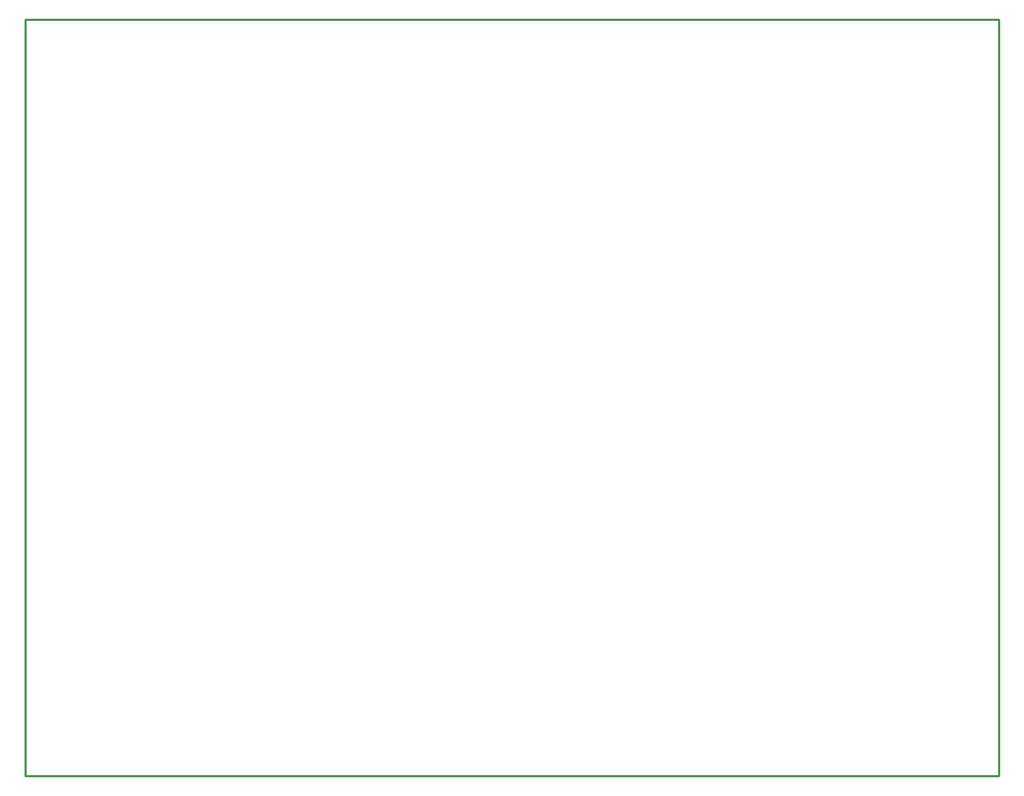
<source format=gko>
*%FSLAX24Y24*%
*%MOIN*%
G01*
%ADD11C,0.0000*%
%ADD12C,0.0050*%
%ADD13C,0.0060*%
%ADD14C,0.0070*%
%ADD15C,0.0073*%
%ADD16C,0.0079*%
%ADD17C,0.0080*%
%ADD18C,0.0098*%
%ADD19C,0.0100*%
%ADD20C,0.0120*%
%ADD21C,0.0160*%
%ADD22C,0.0160*%
%ADD23C,0.0197*%
%ADD24C,0.0200*%
%ADD25C,0.0200*%
%ADD26C,0.0240*%
%ADD27C,0.0250*%
%ADD28C,0.0280*%
%ADD29C,0.0300*%
%ADD30C,0.0300*%
%ADD31C,0.0320*%
%ADD32C,0.0340*%
%ADD33C,0.0360*%
%ADD34C,0.0380*%
%ADD35C,0.0394*%
%ADD36C,0.0397*%
%ADD37C,0.0400*%
%ADD38C,0.0400*%
%ADD39C,0.0430*%
%ADD40C,0.0434*%
%ADD41C,0.0440*%
%ADD42C,0.0480*%
%ADD43C,0.0500*%
%ADD44C,0.0500*%
%ADD45C,0.0520*%
%ADD46C,0.0540*%
%ADD47C,0.0560*%
%ADD48C,0.0580*%
%ADD49C,0.0600*%
%ADD50C,0.0600*%
%ADD51C,0.0620*%
%ADD52C,0.0630*%
%ADD53C,0.0640*%
%ADD54C,0.0650*%
%ADD55C,0.0660*%
%ADD56C,0.0670*%
%ADD57C,0.0680*%
%ADD58C,0.0700*%
%ADD59C,0.0720*%
%ADD60C,0.0740*%
%ADD61C,0.0750*%
%ADD62C,0.0760*%
%ADD63C,0.0800*%
%ADD64C,0.0827*%
%ADD65C,0.0840*%
%ADD66C,0.0850*%
%ADD67C,0.0870*%
%ADD68C,0.0900*%
%ADD69C,0.1000*%
%ADD70C,0.1040*%
%ADD71C,0.1417*%
%ADD72C,0.1500*%
%ADD73C,0.1540*%
%ADD74C,0.2417*%
%ADD75R,0.0200X0.0200*%
%ADD76R,0.0200X0.0400*%
%ADD77R,0.0300X0.0250*%
%ADD78R,0.0300X0.0300*%
%ADD79R,0.0300X0.0600*%
%ADD80R,0.0340X0.0640*%
%ADD81R,0.0350X0.0550*%
%ADD82R,0.0350X0.0800*%
%ADD83R,0.0360X0.1300*%
%ADD84R,0.0400X0.0400*%
%ADD85R,0.0400X0.0500*%
%ADD86R,0.0400X0.1350*%
%ADD87R,0.0420X0.0850*%
%ADD88R,0.0440X0.0540*%
%ADD89R,0.0440X0.1390*%
%ADD90R,0.0460X0.0890*%
%ADD91R,0.0500X0.0200*%
%ADD92R,0.0500X0.0400*%
%ADD93R,0.0500X0.0500*%
%ADD94R,0.0500X0.0500*%
%ADD95R,0.0500X0.0850*%
%ADD96R,0.0540X0.0440*%
%ADD97R,0.0540X0.0890*%
%ADD98R,0.0540X0.1140*%
%ADD99R,0.0550X0.0350*%
%ADD100R,0.0551X0.0394*%
%ADD101R,0.0551X0.1417*%
%ADD102R,0.0560X0.0320*%
%ADD103R,0.0591X0.0434*%
%ADD104R,0.0600X0.0280*%
%ADD105R,0.0600X0.0360*%
%ADD106R,0.0600X0.0600*%
%ADD107R,0.0600X0.0600*%
%ADD108R,0.0600X0.0700*%
%ADD109R,0.0600X0.0900*%
%ADD110R,0.0600X0.1200*%
%ADD111R,0.0620X0.0620*%
%ADD112R,0.0640X0.0320*%
%ADD113R,0.0640X0.0400*%
%ADD114R,0.0640X0.0640*%
%ADD115R,0.0640X0.0740*%
%ADD116R,0.0640X0.1240*%
%ADD117R,0.0650X0.0200*%
%ADD118R,0.0650X0.0300*%
%ADD119R,0.0650X0.0550*%
%ADD120R,0.0660X0.0660*%
%ADD121R,0.0700X0.0300*%
%ADD122R,0.0700X0.0340*%
%ADD123R,0.0700X0.0350*%
%ADD124R,0.0700X0.0600*%
%ADD125R,0.0700X0.0700*%
%ADD126R,0.0700X0.0700*%
%ADD127R,0.0700X0.1000*%
%ADD128R,0.0709X0.0394*%
%ADD129R,0.0740X0.0640*%
%ADD130R,0.0740X0.0740*%
%ADD131R,0.0740X0.1040*%
%ADD132R,0.0749X0.0434*%
%ADD133R,0.0750X0.0300*%
%ADD134R,0.0750X0.0400*%
%ADD135R,0.0750X0.0550*%
%ADD136R,0.0750X0.0800*%
%ADD137R,0.0760X0.0760*%
%ADD138R,0.0800X0.0350*%
%ADD139R,0.0800X0.0550*%
%ADD140R,0.0800X0.0800*%
%ADD141R,0.0800X0.3400*%
%ADD142R,0.0827X0.0394*%
%ADD143R,0.0827X0.0591*%
%ADD144R,0.0840X0.0840*%
%ADD145R,0.0867X0.0434*%
%ADD146R,0.0867X0.0631*%
%ADD147R,0.0900X0.0900*%
%ADD148R,0.0900X0.3500*%
%ADD149R,0.0940X0.3540*%
%ADD150R,0.0950X0.1200*%
%ADD151R,0.0960X0.0540*%
%ADD152R,0.0960X0.1220*%
%ADD153R,0.0984X0.1260*%
%ADD154R,0.1000X0.0600*%
%ADD155R,0.1000X0.0800*%
%ADD156R,0.1000X0.1000*%
%ADD157R,0.1000X0.1000*%
%ADD158R,0.1000X0.1200*%
%ADD159R,0.1000X0.1250*%
%ADD160R,0.1040X0.0640*%
%ADD161R,0.1040X0.0840*%
%ADD162R,0.1040X0.1040*%
%ADD163R,0.1040X0.1290*%
%ADD164R,0.1100X0.1100*%
%ADD165R,0.1102X0.0394*%
%ADD166R,0.1200X0.0600*%
%ADD167R,0.1200X0.1200*%
%ADD168R,0.1250X0.0600*%
%ADD169R,0.1250X0.0800*%
%ADD170R,0.1250X0.1250*%
%ADD171R,0.1250X0.1250*%
%ADD172R,0.1260X0.0591*%
%ADD173R,0.1290X0.0640*%
%ADD174R,0.1290X0.1290*%
%ADD175R,0.1300X0.0631*%
%ADD176R,0.1300X0.0360*%
%ADD177R,0.1350X0.0400*%
%ADD178R,0.1390X0.0440*%
%ADD179R,0.1500X0.1000*%
%ADD180R,0.1500X0.1500*%
%ADD181R,0.1540X0.1040*%
%ADD182R,0.1540X0.1540*%
%ADD183R,0.1600X0.0200*%
%ADD184R,0.1600X0.2400*%
%ADD185R,0.1700X0.1700*%
%ADD186R,0.1900X0.1900*%
%ADD187R,0.2000X0.2000*%
%ADD188R,0.2100X0.2100*%
%ADD189R,0.2200X0.2200*%
%ADD190R,0.2300X0.2300*%
%ADD191R,0.2500X0.0500*%
%ADD192R,0.2750X0.0500*%
%ADD193R,0.3000X0.3000*%
%ADD194R,0.3300X0.2750*%
%ADD195R,0.3340X0.2790*%
%ADD196R,0.4250X0.0750*%
%ADD197R,0.4290X0.0790*%
D19*
X74800Y29600D02*
Y64600D01*
X29800D02*
Y29600D01*
X74800D01*
Y64600D02*
X29800D01*
D02*
M02*

</source>
